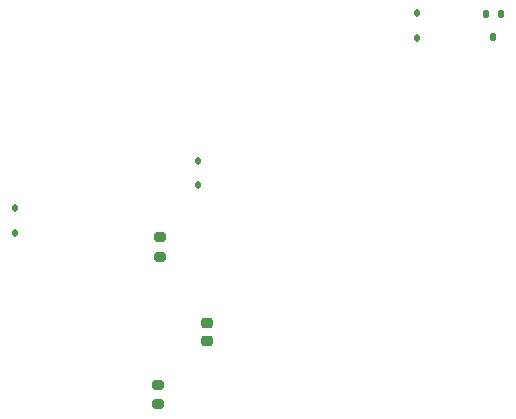
<source format=gbr>
G04 #@! TF.GenerationSoftware,KiCad,Pcbnew,8.0.1-rc2-202403101705~c0fd138706~ubuntu22.04.1*
G04 #@! TF.CreationDate,2024-03-11T22:08:16-04:00*
G04 #@! TF.ProjectId,Balance_Controller,42616c61-6e63-4655-9f43-6f6e74726f6c,rev?*
G04 #@! TF.SameCoordinates,Original*
G04 #@! TF.FileFunction,Paste,Bot*
G04 #@! TF.FilePolarity,Positive*
%FSLAX46Y46*%
G04 Gerber Fmt 4.6, Leading zero omitted, Abs format (unit mm)*
G04 Created by KiCad (PCBNEW 8.0.1-rc2-202403101705~c0fd138706~ubuntu22.04.1) date 2024-03-11 22:08:16*
%MOMM*%
%LPD*%
G01*
G04 APERTURE LIST*
G04 Aperture macros list*
%AMRoundRect*
0 Rectangle with rounded corners*
0 $1 Rounding radius*
0 $2 $3 $4 $5 $6 $7 $8 $9 X,Y pos of 4 corners*
0 Add a 4 corners polygon primitive as box body*
4,1,4,$2,$3,$4,$5,$6,$7,$8,$9,$2,$3,0*
0 Add four circle primitives for the rounded corners*
1,1,$1+$1,$2,$3*
1,1,$1+$1,$4,$5*
1,1,$1+$1,$6,$7*
1,1,$1+$1,$8,$9*
0 Add four rect primitives between the rounded corners*
20,1,$1+$1,$2,$3,$4,$5,0*
20,1,$1+$1,$4,$5,$6,$7,0*
20,1,$1+$1,$6,$7,$8,$9,0*
20,1,$1+$1,$8,$9,$2,$3,0*%
G04 Aperture macros list end*
%ADD10RoundRect,0.200000X-0.275000X0.200000X-0.275000X-0.200000X0.275000X-0.200000X0.275000X0.200000X0*%
%ADD11RoundRect,0.112500X0.112500X-0.187500X0.112500X0.187500X-0.112500X0.187500X-0.112500X-0.187500X0*%
%ADD12RoundRect,0.200000X0.275000X-0.200000X0.275000X0.200000X-0.275000X0.200000X-0.275000X-0.200000X0*%
%ADD13RoundRect,0.225000X-0.250000X0.225000X-0.250000X-0.225000X0.250000X-0.225000X0.250000X0.225000X0*%
%ADD14RoundRect,0.112500X-0.112500X-0.237500X0.112500X-0.237500X0.112500X0.237500X-0.112500X0.237500X0*%
G04 APERTURE END LIST*
D10*
X120587370Y-60675000D03*
X120587370Y-62325000D03*
D11*
X124000000Y-43800000D03*
X124000000Y-41700000D03*
X108500000Y-47800000D03*
X108500000Y-45700000D03*
X142500000Y-31300000D03*
X142500000Y-29200000D03*
D12*
X120750000Y-49825000D03*
X120750000Y-48175000D03*
D13*
X124750000Y-55450000D03*
X124750000Y-57000000D03*
D14*
X148350000Y-29250000D03*
X149650000Y-29250000D03*
X149000000Y-31250000D03*
M02*

</source>
